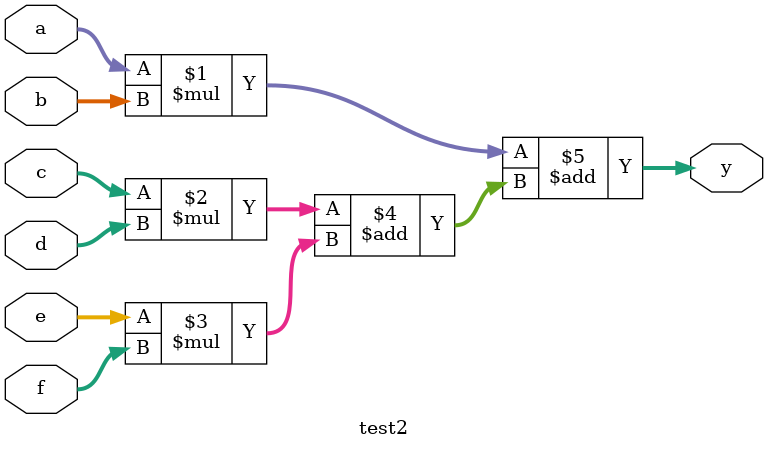
<source format=v>
module test1(a, b, c, d, e, f, y);
    input [19:0] a, b, c;
    input [15:0] d, e, f;
    output [41:0] y;
    assign y = a*b + c*d + e*f;
endmodule

module test2(a, b, c, d, e, f, y);
    input [19:0] a, b, c;
    input [15:0] d, e, f;
    output [41:0] y;
    assign y = a*b + (c*d + e*f);
endmodule

</source>
